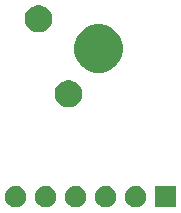
<source format=gbr>
G04 #@! TF.GenerationSoftware,KiCad,Pcbnew,(5.1.5-0-10_14)*
G04 #@! TF.CreationDate,2020-01-26T21:02:46+01:00*
G04 #@! TF.ProjectId,Cherry MX Breakout Board (Mill-Max-7305),43686572-7279-4204-9d58-20427265616b,v1*
G04 #@! TF.SameCoordinates,Original*
G04 #@! TF.FileFunction,Soldermask,Top*
G04 #@! TF.FilePolarity,Negative*
%FSLAX46Y46*%
G04 Gerber Fmt 4.6, Leading zero omitted, Abs format (unit mm)*
G04 Created by KiCad (PCBNEW (5.1.5-0-10_14)) date 2020-01-26 21:02:46*
%MOMM*%
%LPD*%
G04 APERTURE LIST*
%ADD10C,0.100000*%
G04 APERTURE END LIST*
D10*
G36*
X159993000Y-118847000D02*
G01*
X158191000Y-118847000D01*
X158191000Y-117045000D01*
X159993000Y-117045000D01*
X159993000Y-118847000D01*
G37*
G36*
X156665512Y-117049927D02*
G01*
X156814812Y-117079624D01*
X156978784Y-117147544D01*
X157126354Y-117246147D01*
X157251853Y-117371646D01*
X157350456Y-117519216D01*
X157418376Y-117683188D01*
X157453000Y-117857259D01*
X157453000Y-118034741D01*
X157418376Y-118208812D01*
X157350456Y-118372784D01*
X157251853Y-118520354D01*
X157126354Y-118645853D01*
X156978784Y-118744456D01*
X156814812Y-118812376D01*
X156665512Y-118842073D01*
X156640742Y-118847000D01*
X156463258Y-118847000D01*
X156438488Y-118842073D01*
X156289188Y-118812376D01*
X156125216Y-118744456D01*
X155977646Y-118645853D01*
X155852147Y-118520354D01*
X155753544Y-118372784D01*
X155685624Y-118208812D01*
X155651000Y-118034741D01*
X155651000Y-117857259D01*
X155685624Y-117683188D01*
X155753544Y-117519216D01*
X155852147Y-117371646D01*
X155977646Y-117246147D01*
X156125216Y-117147544D01*
X156289188Y-117079624D01*
X156438488Y-117049927D01*
X156463258Y-117045000D01*
X156640742Y-117045000D01*
X156665512Y-117049927D01*
G37*
G36*
X154125512Y-117049927D02*
G01*
X154274812Y-117079624D01*
X154438784Y-117147544D01*
X154586354Y-117246147D01*
X154711853Y-117371646D01*
X154810456Y-117519216D01*
X154878376Y-117683188D01*
X154913000Y-117857259D01*
X154913000Y-118034741D01*
X154878376Y-118208812D01*
X154810456Y-118372784D01*
X154711853Y-118520354D01*
X154586354Y-118645853D01*
X154438784Y-118744456D01*
X154274812Y-118812376D01*
X154125512Y-118842073D01*
X154100742Y-118847000D01*
X153923258Y-118847000D01*
X153898488Y-118842073D01*
X153749188Y-118812376D01*
X153585216Y-118744456D01*
X153437646Y-118645853D01*
X153312147Y-118520354D01*
X153213544Y-118372784D01*
X153145624Y-118208812D01*
X153111000Y-118034741D01*
X153111000Y-117857259D01*
X153145624Y-117683188D01*
X153213544Y-117519216D01*
X153312147Y-117371646D01*
X153437646Y-117246147D01*
X153585216Y-117147544D01*
X153749188Y-117079624D01*
X153898488Y-117049927D01*
X153923258Y-117045000D01*
X154100742Y-117045000D01*
X154125512Y-117049927D01*
G37*
G36*
X151585512Y-117049927D02*
G01*
X151734812Y-117079624D01*
X151898784Y-117147544D01*
X152046354Y-117246147D01*
X152171853Y-117371646D01*
X152270456Y-117519216D01*
X152338376Y-117683188D01*
X152373000Y-117857259D01*
X152373000Y-118034741D01*
X152338376Y-118208812D01*
X152270456Y-118372784D01*
X152171853Y-118520354D01*
X152046354Y-118645853D01*
X151898784Y-118744456D01*
X151734812Y-118812376D01*
X151585512Y-118842073D01*
X151560742Y-118847000D01*
X151383258Y-118847000D01*
X151358488Y-118842073D01*
X151209188Y-118812376D01*
X151045216Y-118744456D01*
X150897646Y-118645853D01*
X150772147Y-118520354D01*
X150673544Y-118372784D01*
X150605624Y-118208812D01*
X150571000Y-118034741D01*
X150571000Y-117857259D01*
X150605624Y-117683188D01*
X150673544Y-117519216D01*
X150772147Y-117371646D01*
X150897646Y-117246147D01*
X151045216Y-117147544D01*
X151209188Y-117079624D01*
X151358488Y-117049927D01*
X151383258Y-117045000D01*
X151560742Y-117045000D01*
X151585512Y-117049927D01*
G37*
G36*
X149045512Y-117049927D02*
G01*
X149194812Y-117079624D01*
X149358784Y-117147544D01*
X149506354Y-117246147D01*
X149631853Y-117371646D01*
X149730456Y-117519216D01*
X149798376Y-117683188D01*
X149833000Y-117857259D01*
X149833000Y-118034741D01*
X149798376Y-118208812D01*
X149730456Y-118372784D01*
X149631853Y-118520354D01*
X149506354Y-118645853D01*
X149358784Y-118744456D01*
X149194812Y-118812376D01*
X149045512Y-118842073D01*
X149020742Y-118847000D01*
X148843258Y-118847000D01*
X148818488Y-118842073D01*
X148669188Y-118812376D01*
X148505216Y-118744456D01*
X148357646Y-118645853D01*
X148232147Y-118520354D01*
X148133544Y-118372784D01*
X148065624Y-118208812D01*
X148031000Y-118034741D01*
X148031000Y-117857259D01*
X148065624Y-117683188D01*
X148133544Y-117519216D01*
X148232147Y-117371646D01*
X148357646Y-117246147D01*
X148505216Y-117147544D01*
X148669188Y-117079624D01*
X148818488Y-117049927D01*
X148843258Y-117045000D01*
X149020742Y-117045000D01*
X149045512Y-117049927D01*
G37*
G36*
X146505512Y-117049927D02*
G01*
X146654812Y-117079624D01*
X146818784Y-117147544D01*
X146966354Y-117246147D01*
X147091853Y-117371646D01*
X147190456Y-117519216D01*
X147258376Y-117683188D01*
X147293000Y-117857259D01*
X147293000Y-118034741D01*
X147258376Y-118208812D01*
X147190456Y-118372784D01*
X147091853Y-118520354D01*
X146966354Y-118645853D01*
X146818784Y-118744456D01*
X146654812Y-118812376D01*
X146505512Y-118842073D01*
X146480742Y-118847000D01*
X146303258Y-118847000D01*
X146278488Y-118842073D01*
X146129188Y-118812376D01*
X145965216Y-118744456D01*
X145817646Y-118645853D01*
X145692147Y-118520354D01*
X145593544Y-118372784D01*
X145525624Y-118208812D01*
X145491000Y-118034741D01*
X145491000Y-117857259D01*
X145525624Y-117683188D01*
X145593544Y-117519216D01*
X145692147Y-117371646D01*
X145817646Y-117246147D01*
X145965216Y-117147544D01*
X146129188Y-117079624D01*
X146278488Y-117049927D01*
X146303258Y-117045000D01*
X146480742Y-117045000D01*
X146505512Y-117049927D01*
G37*
G36*
X151100549Y-108091116D02*
G01*
X151211734Y-108113232D01*
X151421203Y-108199997D01*
X151609720Y-108325960D01*
X151770040Y-108486280D01*
X151896003Y-108674797D01*
X151982768Y-108884266D01*
X152027000Y-109106636D01*
X152027000Y-109333364D01*
X151982768Y-109555734D01*
X151896003Y-109765203D01*
X151770040Y-109953720D01*
X151609720Y-110114040D01*
X151421203Y-110240003D01*
X151211734Y-110326768D01*
X151100549Y-110348884D01*
X150989365Y-110371000D01*
X150762635Y-110371000D01*
X150651451Y-110348884D01*
X150540266Y-110326768D01*
X150330797Y-110240003D01*
X150142280Y-110114040D01*
X149981960Y-109953720D01*
X149855997Y-109765203D01*
X149769232Y-109555734D01*
X149725000Y-109333364D01*
X149725000Y-109106636D01*
X149769232Y-108884266D01*
X149855997Y-108674797D01*
X149981960Y-108486280D01*
X150142280Y-108325960D01*
X150330797Y-108199997D01*
X150540266Y-108113232D01*
X150651451Y-108091116D01*
X150762635Y-108069000D01*
X150989365Y-108069000D01*
X151100549Y-108091116D01*
G37*
G36*
X154014254Y-103437818D02*
G01*
X154387511Y-103592426D01*
X154387513Y-103592427D01*
X154723436Y-103816884D01*
X155009116Y-104102564D01*
X155233574Y-104438489D01*
X155388182Y-104811746D01*
X155467000Y-105207993D01*
X155467000Y-105612007D01*
X155388182Y-106008254D01*
X155233574Y-106381511D01*
X155233573Y-106381513D01*
X155009116Y-106717436D01*
X154723436Y-107003116D01*
X154387513Y-107227573D01*
X154387512Y-107227574D01*
X154387511Y-107227574D01*
X154014254Y-107382182D01*
X153618007Y-107461000D01*
X153213993Y-107461000D01*
X152817746Y-107382182D01*
X152444489Y-107227574D01*
X152444488Y-107227574D01*
X152444487Y-107227573D01*
X152108564Y-107003116D01*
X151822884Y-106717436D01*
X151598427Y-106381513D01*
X151598426Y-106381511D01*
X151443818Y-106008254D01*
X151365000Y-105612007D01*
X151365000Y-105207993D01*
X151443818Y-104811746D01*
X151598426Y-104438489D01*
X151822884Y-104102564D01*
X152108564Y-103816884D01*
X152444487Y-103592427D01*
X152444489Y-103592426D01*
X152817746Y-103437818D01*
X153213993Y-103359000D01*
X153618007Y-103359000D01*
X154014254Y-103437818D01*
G37*
G36*
X148560549Y-101741116D02*
G01*
X148671734Y-101763232D01*
X148881203Y-101849997D01*
X149069720Y-101975960D01*
X149230040Y-102136280D01*
X149356003Y-102324797D01*
X149442768Y-102534266D01*
X149487000Y-102756636D01*
X149487000Y-102983364D01*
X149442768Y-103205734D01*
X149356003Y-103415203D01*
X149230040Y-103603720D01*
X149069720Y-103764040D01*
X148881203Y-103890003D01*
X148671734Y-103976768D01*
X148560549Y-103998884D01*
X148449365Y-104021000D01*
X148222635Y-104021000D01*
X148111451Y-103998884D01*
X148000266Y-103976768D01*
X147790797Y-103890003D01*
X147602280Y-103764040D01*
X147441960Y-103603720D01*
X147315997Y-103415203D01*
X147229232Y-103205734D01*
X147185000Y-102983364D01*
X147185000Y-102756636D01*
X147229232Y-102534266D01*
X147315997Y-102324797D01*
X147441960Y-102136280D01*
X147602280Y-101975960D01*
X147790797Y-101849997D01*
X148000266Y-101763232D01*
X148111451Y-101741116D01*
X148222635Y-101719000D01*
X148449365Y-101719000D01*
X148560549Y-101741116D01*
G37*
M02*

</source>
